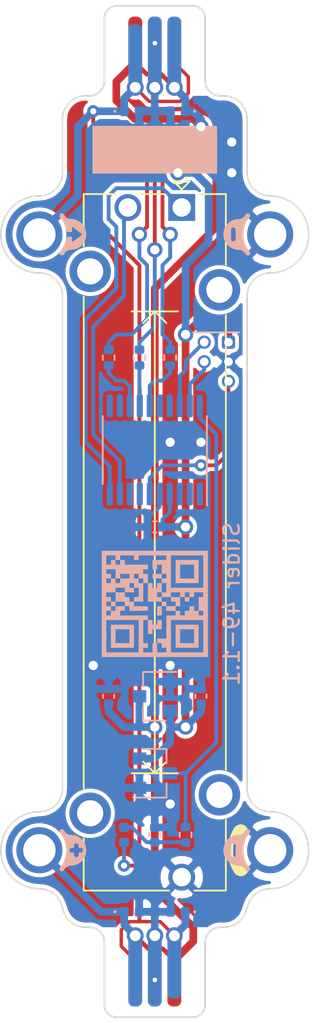
<source format=kicad_pcb>
(kicad_pcb (version 20171130) (host pcbnew "(5.1.10)-1")
  (layers (0 F.Cu signal) (31 B.Cu signal) (34 B.Paste user) (35 F.Paste user) (36 B.SilkS user) (37 F.SilkS user) (38 B.Mask user) (39 F.Mask user) (44 Edge.Cuts user))
  (net 0 "")
  (net 1 GND)
  (net 2 "Net-(C1-Pad1)")
  (net 3 JD_PWR)
  (net 4 +3V3)
  (net 5 /JD_DATA_MCU)
  (net 6 "Net-(D4-Pad4)")
  (net 7 "Net-(D4-Pad3)")
  (net 8 "Net-(D4-Pad2)")
  (net 9 /nRESET)
  (net 10 /SWCLK)
  (net 11 /SWDIO)
  (net 12 /JD_RGB_R)
  (net 13 /JD_RGB_G)
  (net 14 /JD_RGB_B)
  (net 15 /POT_OUT)
  (net 16 /POT_VDD)
  (net 17 "Net-(U2-Pad17)")
  (net 18 "Net-(U2-Pad16)")
  (net 19 "Net-(U2-Pad12)")
  (net 20 "Net-(U2-Pad8)")
  (net 21 "Net-(U2-Pad7)")
  (net 22 "Net-(U2-Pad3)")
  (net 23 "Net-(U2-Pad2)")
  (net 24 /JD_DATA)
  (net 25 "Net-(U2-Pad1)")
  (net 26 "Net-(U2-Pad11)")
  (module Connector_Jacdac:JD_MountingHole_Power (layer F.Cu) (at 92.5 120 270)
    (fp_text reference MH4 hide)
    (fp_text value MountingHole_Pad)
    (pad 1 thru_hole circle (at 0 0 270) (size 3 3) (drill 2.1) (layers *.Cu *.Mask) (net 3 JD_PWR))
  )
  (module Connector_Jacdac:JD_MountingHole_Data (layer F.Cu) (at 92.5 80 270)
    (fp_text reference MH3 hide)
    (fp_text value MountingHole_Pad)
    (pad 1 thru_hole circle (at 0 0 270) (size 3 3) (drill 2.1) (layers *.Cu *.Mask) (net 24 /JD_DATA))
  )
  (module Connector_Jacdac:JD_MountingHole_Ground (layer F.Cu) (at 107.5 80 90)
    (fp_text reference MH2 hide)
    (fp_text value MountingHole_Pad)
    (pad 1 thru_hole circle (at 0 0 90) (size 3 3) (drill 2.1) (layers *.Cu *.Mask) (net 1 GND))
  )
  (module Connector_Jacdac:JD_MountingHole_Pin1 (layer F.Cu) (at 107.5 120 90)
    (fp_text reference MH1 hide)
    (fp_text value MountingHole_Pad)
    (pad 1 thru_hole circle (at 0 0 90) (size 3 3) (drill 2.1) (layers *.Cu *.Mask) (net 1 GND))
  )
  (module Connector_Jacdac:JD-PEC-02_Prerouted (layer B.Cu) (at 100 71 180)
    (fp_text reference J3 hide)
    (fp_text value Conn_Jacdac_CardEdge)
    (fp_line (start -3.27 5.05) (end -3.27 1) (layer Edge.Cuts) (width 0.12))
    (fp_line (start -2.47 5.85) (end 2.47 5.85) (layer Edge.Cuts) (width 0.12))
    (fp_line (start 3.27 5.05) (end 3.27 1) (layer Edge.Cuts) (width 0.12))
    (fp_arc (start 2.47 5.05) (end 2.47 5.85) (angle -90) (layer Edge.Cuts) (width 0.12))
    (fp_arc (start -2.47 5.05) (end -2.47 5.85) (angle 90) (layer Edge.Cuts) (width 0.12))
    (fp_arc (start 4.27 1) (end 3.27 1) (angle 90) (layer Edge.Cuts) (width 0.12))
    (fp_arc (start -4.27 1) (end -3.27 1) (angle -90) (layer Edge.Cuts) (width 0.12))
    (pad 3 smd oval (at 0.895 1.775 135) (size 1.351 0.29) (layers F.Cu) (net 3 JD_PWR))
    (pad 3 smd oval (at -0.845 0.975 135) (size 1.492 0.29) (layers F.Cu) (net 3 JD_PWR))
    (pad 1 smd oval (at 0.815 0.095 135) (size 1.507 0.22) (layers F.Cu) (net 24 /JD_DATA))
    (pad 1 smd oval (at -1.725 1.695 135) (size 1.506934 0.22) (layers F.Cu) (net 24 /JD_DATA))
    (pad 1 smd oval (at -1.9135 -0.0935 225) (size 0.973776 0.22) (layers F.Cu) (net 24 /JD_DATA))
    (pad 1 smd oval (at -2.18 0.7065 90) (size 1.287 0.22) (layers F.Cu) (net 24 /JD_DATA))
    (pad 1 smd oval (at -0.651 -0.36 180) (size 2.212 0.22) (layers F.Cu) (net 24 /JD_DATA))
    (pad 3 smd oval (at 0.05 1.4 180) (size 1.23 0.29) (layers F.Cu) (net 3 JD_PWR))
    (pad 2 thru_hole circle (at 0 3.425 180) (size 0.6 0.6) (drill 0.3) (layers *.Cu *.Mask) (net 1 GND))
    (pad "" np_thru_hole oval (at 2.52 2.65 180) (size 0.7 1.5) (drill oval 0.7 1.5) (layers *.Cu *.Mask))
    (pad 1 thru_hole circle (at 1.27 0.55 180) (size 1.1 1.1) (drill 0.71) (layers *.Cu *.Mask) (net 24 /JD_DATA))
    (pad 2 thru_hole circle (at 0 0.55 180) (size 1.1 1.1) (drill 0.71) (layers *.Cu *.Mask) (net 1 GND))
    (pad 3 thru_hole circle (at -1.27 0.55 180) (size 1.1 1.1) (drill 0.71) (layers *.Cu *.Mask) (net 3 JD_PWR))
    (pad 3 smd roundrect (at -1.27 2.625 180) (size 0.9 5.05) (layers B.Cu B.Mask) (roundrect_rratio 0.389) (net 3 JD_PWR))
    (pad 2 smd roundrect (at 0 2.625 180) (size 0.9 5.05) (layers B.Cu B.Mask) (roundrect_rratio 0.389) (net 1 GND))
    (pad 1 smd roundrect (at 1.27 2.375 180) (size 0.9 4.55) (layers B.Cu B.Mask) (roundrect_rratio 0.389) (net 24 /JD_DATA))
    (pad "" np_thru_hole oval (at -2.52 2.65 180) (size 0.7 1.5) (drill oval 0.7 1.5) (layers *.Cu *.Mask))
    (pad 1 smd roundrect (at -1.27 3.175 180) (size 0.9 2.95) (layers F.Cu F.Mask) (roundrect_rratio 0.389) (net 24 /JD_DATA))
    (pad 2 smd roundrect (at 0 3.425 180) (size 0.9 3.45) (layers F.Cu F.Mask) (roundrect_rratio 0.389) (net 1 GND))
    (pad 3 smd roundrect (at 1.27 3.425 180) (size 0.9 3.45) (layers F.Cu F.Mask) (roundrect_rratio 0.389) (net 3 JD_PWR))
  )
  (module Connector_Jacdac:JD-PEC-02_Prerouted (layer B.Cu) (at 100 125)
    (fp_text reference J1 hide)
    (fp_text value Conn_Jacdac_CardEdge)
    (fp_line (start -3.27 5.05) (end -3.27 1) (layer Edge.Cuts) (width 0.12))
    (fp_line (start -2.47 5.85) (end 2.47 5.85) (layer Edge.Cuts) (width 0.12))
    (fp_line (start 3.27 5.05) (end 3.27 1) (layer Edge.Cuts) (width 0.12))
    (fp_arc (start 2.47 5.05) (end 2.47 5.85) (angle -90) (layer Edge.Cuts) (width 0.12))
    (fp_arc (start -2.47 5.05) (end -2.47 5.85) (angle 90) (layer Edge.Cuts) (width 0.12))
    (fp_arc (start 4.27 1) (end 3.27 1) (angle 90) (layer Edge.Cuts) (width 0.12))
    (fp_arc (start -4.27 1) (end -3.27 1) (angle -90) (layer Edge.Cuts) (width 0.12))
    (pad 3 smd oval (at 0.895 1.775 315) (size 1.351 0.29) (layers F.Cu) (net 3 JD_PWR))
    (pad 3 smd oval (at -0.845 0.975 315) (size 1.492 0.29) (layers F.Cu) (net 3 JD_PWR))
    (pad 1 smd oval (at 0.815 0.095 315) (size 1.507 0.22) (layers F.Cu) (net 24 /JD_DATA))
    (pad 1 smd oval (at -1.725 1.695 315) (size 1.506934 0.22) (layers F.Cu) (net 24 /JD_DATA))
    (pad 1 smd oval (at -1.9135 -0.0935 45) (size 0.973776 0.22) (layers F.Cu) (net 24 /JD_DATA))
    (pad 1 smd oval (at -2.18 0.7065 270) (size 1.287 0.22) (layers F.Cu) (net 24 /JD_DATA))
    (pad 1 smd oval (at -0.651 -0.36) (size 2.212 0.22) (layers F.Cu) (net 24 /JD_DATA))
    (pad 3 smd oval (at 0.05 1.4) (size 1.23 0.29) (layers F.Cu) (net 3 JD_PWR))
    (pad 2 thru_hole circle (at 0 3.425) (size 0.6 0.6) (drill 0.3) (layers *.Cu *.Mask) (net 1 GND))
    (pad "" np_thru_hole oval (at 2.52 2.65) (size 0.7 1.5) (drill oval 0.7 1.5) (layers *.Cu *.Mask))
    (pad 1 thru_hole circle (at 1.27 0.55) (size 1.1 1.1) (drill 0.71) (layers *.Cu *.Mask) (net 24 /JD_DATA))
    (pad 2 thru_hole circle (at 0 0.55) (size 1.1 1.1) (drill 0.71) (layers *.Cu *.Mask) (net 1 GND))
    (pad 3 thru_hole circle (at -1.27 0.55) (size 1.1 1.1) (drill 0.71) (layers *.Cu *.Mask) (net 3 JD_PWR))
    (pad 3 smd roundrect (at -1.27 2.625) (size 0.9 5.05) (layers B.Cu B.Mask) (roundrect_rratio 0.389) (net 3 JD_PWR))
    (pad 2 smd roundrect (at 0 2.625) (size 0.9 5.05) (layers B.Cu B.Mask) (roundrect_rratio 0.389) (net 1 GND))
    (pad 1 smd roundrect (at 1.27 2.375) (size 0.9 4.55) (layers B.Cu B.Mask) (roundrect_rratio 0.389) (net 24 /JD_DATA))
    (pad "" np_thru_hole oval (at -2.52 2.65) (size 0.7 1.5) (drill oval 0.7 1.5) (layers *.Cu *.Mask))
    (pad 1 smd roundrect (at -1.27 3.175) (size 0.9 2.95) (layers F.Cu F.Mask) (roundrect_rratio 0.389) (net 24 /JD_DATA))
    (pad 2 smd roundrect (at 0 3.425) (size 0.9 3.45) (layers F.Cu F.Mask) (roundrect_rratio 0.389) (net 1 GND))
    (pad 3 smd roundrect (at 1.27 3.425) (size 0.9 3.45) (layers F.Cu F.Mask) (roundrect_rratio 0.389) (net 3 JD_PWR))
  )
  (module slider:QrCode (layer B.Cu) (at 100 104)
    (fp_text reference "" (at 0 0) (layer B.SilkS) (effects (font (size 1.27 1.27)) (justify mirror)))
    (fp_text value "" (at 0 0) (layer B.SilkS) (effects (font (size 1.27 1.27)) (justify mirror)))
  )
  (module Potentiometer_THT:Potentiometer_Bourns_PTA3043_Single_Slide (layer F.Cu) (at 101.75 78.25 270)
    (fp_text reference RV1 hide)
    (fp_text value 10kR)
    (pad MP thru_hole circle (at 39.35 5.95 270) (size 2.7 2.7) (drill 1.7) (layers *.Cu *.Mask))
    (pad MP thru_hole circle (at 4.15 5.95 270) (size 2.7 2.7) (drill 1.7) (layers *.Cu *.Mask))
    (pad MP thru_hole circle (at 38.15 -2.45 270) (size 2.7 2.7) (drill 1.7) (layers *.Cu *.Mask))
    (pad MP thru_hole circle (at 5.35 -2.45 270) (size 2.7 2.7) (drill 1.7) (layers *.Cu *.Mask))
    (pad 3 thru_hole circle (at 43.5 0 270) (size 1.75 1.75) (drill 1.2) (layers *.Cu *.Mask) (net 1 GND))
    (pad 2 thru_hole circle (at 0 3.5 270) (size 1.75 1.75) (drill 1.2) (layers *.Cu *.Mask) (net 15 /POT_OUT))
    (pad 1 thru_hole rect (at 0 0 270) (size 1.75 1.75) (drill 1.2) (layers *.Cu *.Mask) (net 16 /POT_VDD))
  )
  (module Diode_SMD:D_0402_1005Metric (layer B.Cu) (at 98.5 72)
    (fp_text reference D6 hide)
    (fp_text value RCLAMP0521P-N)
    (pad 2 smd roundrect (at 0.485 0) (size 0.59 0.64) (layers B.Cu B.Paste B.Mask) (net 1 GND))
    (pad 1 smd roundrect (at -0.485 0) (size 0.59 0.64) (layers B.Cu B.Paste B.Mask) (net 24 /JD_DATA))
  )
  (module Diode_SMD:D_0402_1005Metric (layer B.Cu) (at 101.5 72 180)
    (fp_text reference D5 hide)
    (fp_text value RCLAMP0521P-N)
    (pad 2 smd roundrect (at 0.485 0 180) (size 0.59 0.64) (layers B.Cu B.Paste B.Mask) (net 1 GND))
    (pad 1 smd roundrect (at -0.485 0 180) (size 0.59 0.64) (layers B.Cu B.Paste B.Mask) (net 3 JD_PWR))
  )
  (module Diode_SMD:D_0402_1005Metric (layer B.Cu) (at 101.5 124 180)
    (fp_text reference D3 hide)
    (fp_text value RCLAMP0521P-N)
    (pad 2 smd roundrect (at 0.485 0 180) (size 0.59 0.64) (layers B.Cu B.Paste B.Mask) (net 1 GND))
    (pad 1 smd roundrect (at -0.485 0 180) (size 0.59 0.64) (layers B.Cu B.Paste B.Mask) (net 24 /JD_DATA))
  )
  (module Diode_SMD:D_0402_1005Metric (layer B.Cu) (at 98.5 124)
    (fp_text reference D2 hide)
    (fp_text value RCLAMP0521P-N)
    (pad 2 smd roundrect (at 0.485 0) (size 0.59 0.64) (layers B.Cu B.Paste B.Mask) (net 1 GND))
    (pad 1 smd roundrect (at -0.485 0) (size 0.59 0.64) (layers B.Cu B.Paste B.Mask) (net 3 JD_PWR))
  )
  (module Package_SO:TSSOP-20_4.4x6.5mm_P0.65mm (layer B.Cu) (at 100 94 90)
    (fp_text reference U2 hide)
    (fp_text value STM32G031FxPx)
    (pad 20 smd roundrect (at 2.8625 2.925 90) (size 1.475 0.4) (layers B.Cu B.Paste B.Mask) (net 5 /JD_DATA_MCU))
    (pad 19 smd roundrect (at 2.8625 2.275 90) (size 1.475 0.4) (layers B.Cu B.Paste B.Mask) (net 10 /SWCLK))
    (pad 18 smd roundrect (at 2.8625 1.625 90) (size 1.475 0.4) (layers B.Cu B.Paste B.Mask) (net 11 /SWDIO))
    (pad 17 smd roundrect (at 2.8625 0.975 90) (size 1.475 0.4) (layers B.Cu B.Paste B.Mask) (net 17 "Net-(U2-Pad17)"))
    (pad 16 smd roundrect (at 2.8625 0.325 90) (size 1.475 0.4) (layers B.Cu B.Paste B.Mask) (net 18 "Net-(U2-Pad16)"))
    (pad 15 smd roundrect (at 2.8625 -0.325 90) (size 1.475 0.4) (layers B.Cu B.Paste B.Mask) (net 12 /JD_RGB_R))
    (pad 14 smd roundrect (at 2.8625 -0.975 90) (size 1.475 0.4) (layers B.Cu B.Paste B.Mask) (net 13 /JD_RGB_G))
    (pad 13 smd roundrect (at 2.8625 -1.625 90) (size 1.475 0.4) (layers B.Cu B.Paste B.Mask) (net 14 /JD_RGB_B))
    (pad 12 smd roundrect (at 2.8625 -2.275 90) (size 1.475 0.4) (layers B.Cu B.Paste B.Mask) (net 19 "Net-(U2-Pad12)"))
    (pad 11 smd roundrect (at 2.8625 -2.925 90) (size 1.475 0.4) (layers B.Cu B.Paste B.Mask) (net 26 "Net-(U2-Pad11)"))
    (pad 10 smd roundrect (at -2.8625 -2.925 90) (size 1.475 0.4) (layers B.Cu B.Paste B.Mask) (net 16 /POT_VDD))
    (pad 9 smd roundrect (at -2.8625 -2.275 90) (size 1.475 0.4) (layers B.Cu B.Paste B.Mask) (net 15 /POT_OUT))
    (pad 8 smd roundrect (at -2.8625 -1.625 90) (size 1.475 0.4) (layers B.Cu B.Paste B.Mask) (net 20 "Net-(U2-Pad8)"))
    (pad 7 smd roundrect (at -2.8625 -0.975 90) (size 1.475 0.4) (layers B.Cu B.Paste B.Mask) (net 21 "Net-(U2-Pad7)"))
    (pad 6 smd roundrect (at -2.8625 -0.325 90) (size 1.475 0.4) (layers B.Cu B.Paste B.Mask) (net 9 /nRESET))
    (pad 5 smd roundrect (at -2.8625 0.325 90) (size 1.475 0.4) (layers B.Cu B.Paste B.Mask) (net 1 GND))
    (pad 4 smd roundrect (at -2.8625 0.975 90) (size 1.475 0.4) (layers B.Cu B.Paste B.Mask) (net 4 +3V3))
    (pad 3 smd roundrect (at -2.8625 1.625 90) (size 1.475 0.4) (layers B.Cu B.Paste B.Mask) (net 22 "Net-(U2-Pad3)"))
    (pad 2 smd roundrect (at -2.8625 2.275 90) (size 1.475 0.4) (layers B.Cu B.Paste B.Mask) (net 23 "Net-(U2-Pad2)"))
    (pad 1 smd roundrect (at -2.8625 2.925 90) (size 1.475 0.4) (layers B.Cu B.Paste B.Mask) (net 25 "Net-(U2-Pad1)"))
  )
  (module Package_TO_SOT_SMD:SOT-23 (layer B.Cu) (at 100 110 180)
    (fp_text reference U1 hide)
    (fp_text value XC6206P332MR)
    (pad 3 smd rect (at 1 0 180) (size 0.9 0.8) (layers B.Cu B.Paste B.Mask) (net 3 JD_PWR))
    (pad 2 smd rect (at -1 -0.95 180) (size 0.9 0.8) (layers B.Cu B.Paste B.Mask) (net 4 +3V3))
    (pad 1 smd rect (at -1 0.95 180) (size 0.9 0.8) (layers B.Cu B.Paste B.Mask) (net 1 GND))
  )
  (module Resistor_SMD:R_0402_1005Metric (layer B.Cu) (at 97 88 90)
    (fp_text reference R6 hide)
    (fp_text value 33R)
    (pad 2 smd roundrect (at 0.51 0 90) (size 0.54 0.64) (layers B.Cu B.Paste B.Mask) (net 6 "Net-(D4-Pad4)"))
    (pad 1 smd roundrect (at -0.51 0 90) (size 0.54 0.64) (layers B.Cu B.Paste B.Mask) (net 14 /JD_RGB_B))
  )
  (module Resistor_SMD:R_0402_1005Metric (layer B.Cu) (at 99 88 90)
    (fp_text reference R5 hide)
    (fp_text value 33R)
    (pad 2 smd roundrect (at 0.51 0 90) (size 0.54 0.64) (layers B.Cu B.Paste B.Mask) (net 7 "Net-(D4-Pad3)"))
    (pad 1 smd roundrect (at -0.51 0 90) (size 0.54 0.64) (layers B.Cu B.Paste B.Mask) (net 13 /JD_RGB_G))
  )
  (module Resistor_SMD:R_0402_1005Metric (layer B.Cu) (at 101 88 90)
    (fp_text reference R4 hide)
    (fp_text value 150R)
    (pad 2 smd roundrect (at 0.51 0 90) (size 0.54 0.64) (layers B.Cu B.Paste B.Mask) (net 8 "Net-(D4-Pad2)"))
    (pad 1 smd roundrect (at -0.51 0 90) (size 0.54 0.64) (layers B.Cu B.Paste B.Mask) (net 12 /JD_RGB_R))
  )
  (module Resistor_SMD:R_0402_1005Metric (layer B.Cu) (at 102 119 270)
    (fp_text reference R1 hide)
    (fp_text value "220R, 1%")
    (pad 2 smd roundrect (at 0.51 0 270) (size 0.54 0.64) (layers B.Cu B.Paste B.Mask) (net 2 "Net-(C1-Pad1)"))
    (pad 1 smd roundrect (at -0.51 0 270) (size 0.54 0.64) (layers B.Cu B.Paste B.Mask) (net 5 /JD_DATA_MCU))
  )
  (module Connector_Jacdac:HackConnect_P1.27mm (layer B.Cu) (at 104 87 90)
    (fp_text reference J2 hide)
    (fp_text value Conn_HackConnect)
    (pad 5 thru_hole circle (at -2.54 0.7874 90) (size 0.8636 0.8636) (drill 0.5588) (layers *.Cu *.Mask) (net 9 /nRESET))
    (pad 4 thru_hole circle (at -1.27 -0.7874 90) (size 0.8636 0.8636) (drill 0.5588) (layers *.Cu *.Mask) (net 10 /SWCLK))
    (pad 3 thru_hole circle (at -1.27 0.7874 90) (size 0.8636 0.8636) (drill 0.5588) (layers *.Cu *.Mask) (net 1 GND))
    (pad 2 thru_hole circle (at 0 -0.7874 90) (size 0.8636 0.8636) (drill 0.5588) (layers *.Cu *.Mask) (net 11 /SWDIO))
    (pad 1 thru_hole roundrect (at 0 0.7874 90) (size 0.8636 0.8636) (drill 0.5588) (layers *.Cu *.Mask) (roundrect_rratio 0.2) (net 4 +3V3))
  )
  (module Inductor_SMD:L_0402_1005Metric (layer B.Cu) (at 98 119 270)
    (fp_text reference FB1 hide)
    (fp_text value "1kR @ 100MHz")
    (pad 2 smd roundrect (at 0.485 0 270) (size 0.59 0.64) (layers B.Cu B.Paste B.Mask) (net 24 /JD_DATA))
    (pad 1 smd roundrect (at -0.485 0 270) (size 0.59 0.64) (layers B.Cu B.Paste B.Mask) (net 2 "Net-(C1-Pad1)"))
  )
  (module LED_SMD:LED_LiteOn_LTST-C19HE1WT (layer F.Cu) (at 100 74 270)
    (fp_text reference D4 hide)
    (fp_text value "0606 ARGB")
    (pad 4 smd rect (at -0.425 0.725 270) (size 0.65 0.85) (layers F.Cu F.Paste F.Mask) (net 6 "Net-(D4-Pad4)"))
    (pad 3 smd rect (at 0.425 0.725 270) (size 0.65 0.85) (layers F.Cu F.Paste F.Mask) (net 7 "Net-(D4-Pad3)"))
    (pad 2 smd rect (at 0.425 -0.725 270) (size 0.65 0.85) (layers F.Cu F.Paste F.Mask) (net 8 "Net-(D4-Pad2)"))
    (pad 1 smd rect (at -0.425 -0.725 270) (size 0.65 0.85) (layers F.Cu F.Paste F.Mask) (net 4 +3V3))
  )
  (module Package_TO_SOT_SMD:SOT-23 (layer B.Cu) (at 100 115)
    (fp_text reference D1 hide)
    (fp_text value BAT54S)
    (pad 3 smd rect (at 1 0) (size 0.9 0.8) (layers B.Cu B.Paste B.Mask) (net 5 /JD_DATA_MCU))
    (pad 2 smd rect (at -1 -0.95) (size 0.9 0.8) (layers B.Cu B.Paste B.Mask) (net 4 +3V3))
    (pad 1 smd rect (at -1 0.95) (size 0.9 0.8) (layers B.Cu B.Paste B.Mask) (net 1 GND))
  )
  (module Capacitor_SMD:C_0402_1005Metric (layer B.Cu) (at 100 99 180)
    (fp_text reference C5 hide)
    (fp_text value 1uF)
    (pad 2 smd roundrect (at 0.48 0 180) (size 0.56 0.62) (layers B.Cu B.Paste B.Mask) (net 1 GND))
    (pad 1 smd roundrect (at -0.48 0 180) (size 0.56 0.62) (layers B.Cu B.Paste B.Mask) (net 4 +3V3))
  )
  (module Capacitor_SMD:C_0402_1005Metric (layer B.Cu) (at 103 110 90)
    (fp_text reference C3 hide)
    (fp_text value 1uF)
    (pad 2 smd roundrect (at 0.48 0 90) (size 0.56 0.62) (layers B.Cu B.Paste B.Mask) (net 1 GND))
    (pad 1 smd roundrect (at -0.48 0 90) (size 0.56 0.62) (layers B.Cu B.Paste B.Mask) (net 4 +3V3))
  )
  (module Capacitor_SMD:C_0402_1005Metric (layer B.Cu) (at 97 110 90)
    (fp_text reference C2 hide)
    (fp_text value "1uF, 10V")
    (pad 2 smd roundrect (at 0.48 0 90) (size 0.56 0.62) (layers B.Cu B.Paste B.Mask) (net 1 GND))
    (pad 1 smd roundrect (at -0.48 0 90) (size 0.56 0.62) (layers B.Cu B.Paste B.Mask) (net 3 JD_PWR))
  )
  (module Capacitor_SMD:C_0402_1005Metric (layer B.Cu) (at 100 119 90)
    (fp_text reference C1 hide)
    (fp_text value 33pF)
    (pad 2 smd roundrect (at 0.48 0 90) (size 0.56 0.62) (layers B.Cu B.Paste B.Mask) (net 1 GND))
    (pad 1 smd roundrect (at -0.48 0 90) (size 0.56 0.62) (layers B.Cu B.Paste B.Mask) (net 2 "Net-(C1-Pad1)"))
  )
  (gr_line (start 106.080872 123.514124) (end 105.919128 123.985876) (layer Edge.Cuts) (width 0.1))
  (gr_line (start 93.919128 123.514124) (end 94.080872 123.985876) (layer Edge.Cuts) (width 0.1))
  (gr_poly (pts (xy 104 76) (xy 96 76) (xy 96 73) (xy 104 73)) (layer B.SilkS) (width 0.1))
  (gr_text "Slider 49-1.1" (at 105 104 90) (layer B.SilkS) (effects (font (size 1 1)) (justify mirror)))
  (gr_arc (start 107.5 124) (end 107.5 122.5) (angle -71.1) (layer Edge.Cuts) (width 0.1))
  (gr_arc (start 107.5 116) (end 106 116) (angle -90) (layer Edge.Cuts) (width 0.1))
  (gr_arc (start 107.5 120) (end 107.5 122.5) (angle -180) (layer Edge.Cuts) (width 0.1))
  (gr_arc (start 92.5 116) (end 92.5 117.5) (angle -90) (layer Edge.Cuts) (width 0.1))
  (gr_arc (start 92.5 124) (end 92.5 122.5) (angle 71.1) (layer Edge.Cuts) (width 0.1))
  (gr_arc (start 92.5 120) (end 92.5 117.5) (angle -180) (layer Edge.Cuts) (width 0.1))
  (gr_arc (start 107.5 84) (end 107.5 82.5) (angle -90) (layer Edge.Cuts) (width 0.1))
  (gr_arc (start 107.5 76) (end 106 76) (angle -90) (layer Edge.Cuts) (width 0.1))
  (gr_arc (start 107.5 80) (end 107.5 82.5) (angle -180) (layer Edge.Cuts) (width 0.1))
  (gr_arc (start 92.5 76) (end 92.5 77.5) (angle -90) (layer Edge.Cuts) (width 0.1))
  (gr_arc (start 92.5 84) (end 94 84) (angle -90) (layer Edge.Cuts) (width 0.1))
  (gr_arc (start 92.5 80) (end 92.5 77.5) (angle -180) (layer Edge.Cuts) (width 0.1))
  (gr_line (start 94 84) (end 94 116) (layer Edge.Cuts) (width 0.1))
  (gr_line (start 94 72.5) (end 94 76) (layer Edge.Cuts) (width 0.1))
  (gr_line (start 95.73 71) (end 95.5 71) (layer Edge.Cuts) (width 0.1))
  (gr_line (start 104.5 71) (end 104.27 71) (layer Edge.Cuts) (width 0.1))
  (gr_line (start 106 76) (end 106 72.5) (layer Edge.Cuts) (width 0.1))
  (gr_line (start 106 116) (end 106 84) (layer Edge.Cuts) (width 0.1))
  (gr_line (start 104.27 125) (end 104.5 125) (layer Edge.Cuts) (width 0.1))
  (gr_line (start 95.5 125) (end 95.73 125) (layer Edge.Cuts) (width 0.1))
  (gr_arc (start 104.5 123.5) (end 104.5 125) (angle -71.1) (layer Edge.Cuts) (width 0.1))
  (gr_arc (start 95.5 123.5) (end 95.5 125) (angle 71.1) (layer Edge.Cuts) (width 0.1))
  (gr_arc (start 104.5 72.5) (end 106 72.5) (angle -90) (layer Edge.Cuts) (width 0.1))
  (gr_arc (start 95.5 72.5) (end 95.5 71) (angle -90) (layer Edge.Cuts) (width 0.1))
  (segment (start 100 67.575) (end 100 68.75) (width 0.25) (layer B.Cu) (net 1))
  (segment (start 100 128.425) (end 100 127.25) (width 0.25) (layer B.Cu) (net 1))
  (segment (start 100 68.75) (end 100 72) (width 0.5) (layer B.Cu) (net 1))
  (segment (start 98.985 72) (end 101.015 72) (width 0.5) (layer B.Cu) (net 1))
  (segment (start 100 125.55) (end 100 124) (width 0.5) (layer B.Cu) (net 1))
  (segment (start 100 124) (end 101.015 124) (width 0.5) (layer B.Cu) (net 1))
  (segment (start 98.985 124) (end 100 124) (width 0.5) (layer B.Cu) (net 1))
  (segment (start 100.325 97.675) (end 100.325 96.8625) (width 0.25) (layer B.Cu) (net 1))
  (segment (start 99.5 98.5) (end 100.325 97.675) (width 0.25) (layer B.Cu) (net 1))
  (segment (start 99.5 98.96) (end 99.5 98.5) (width 0.25) (layer B.Cu) (net 1))
  (segment (start 99.52 98.98) (end 99.5 98.96) (width 0.25) (layer B.Cu) (net 1))
  (segment (start 99 115.95) (end 99 116.5) (width 0.5) (layer B.Cu) (net 1))
  (segment (start 99 116.5) (end 99.5 117) (width 0.5) (layer B.Cu) (net 1))
  (via (at 101 117) (size 1) (drill 0.6) (layers F.Cu B.Cu) (net 1))
  (segment (start 100 118.52) (end 100 117) (width 0.5) (layer B.Cu) (net 1))
  (segment (start 100 117) (end 101 117) (width 0.5) (layer B.Cu) (net 1))
  (segment (start 99.5 117) (end 100 117) (width 0.5) (layer B.Cu) (net 1))
  (via (at 101 108) (size 1) (drill 0.6) (layers F.Cu B.Cu) (net 1))
  (segment (start 101 109.05) (end 101 108) (width 0.5) (layer B.Cu) (net 1))
  (segment (start 97 109.52) (end 97 109) (width 0.5) (layer B.Cu) (net 1))
  (segment (start 98 108) (end 101 108) (width 0.5) (layer B.Cu) (net 1))
  (segment (start 97 109) (end 98 108) (width 0.5) (layer B.Cu) (net 1))
  (segment (start 101 108) (end 102 108) (width 0.5) (layer B.Cu) (net 1))
  (segment (start 103 109) (end 103 109.52) (width 0.5) (layer B.Cu) (net 1))
  (segment (start 102 108) (end 103 109) (width 0.5) (layer B.Cu) (net 1))
  (segment (start 99.52 99) (end 99.52 108) (width 0.5) (layer B.Cu) (net 1))
  (via (at 101 93.5) (size 1) (drill 0.6) (layers F.Cu B.Cu) (net 1))
  (segment (start 101 84) (end 101 93.5) (width 0.5) (layer F.Cu) (net 1))
  (via (at 103 93.5) (size 1) (drill 0.6) (layers F.Cu B.Cu) (net 1))
  (segment (start 101 93.5) (end 103 93.5) (width 0.5) (layer B.Cu) (net 1))
  (segment (start 104.7874 88.27) (end 103 90.0574) (width 0.5) (layer F.Cu) (net 1))
  (segment (start 103 90.0574) (end 103 93.5) (width 0.5) (layer F.Cu) (net 1))
  (segment (start 105 80) (end 105 78) (width 0.5) (layer F.Cu) (net 1))
  (via (at 105 74) (size 1) (drill 0.6) (layers F.Cu B.Cu) (net 1))
  (via (at 96 108) (size 1) (drill 0.6) (layers F.Cu B.Cu) (net 1))
  (segment (start 97 109) (end 96 108) (width 0.5) (layer B.Cu) (net 1))
  (segment (start 100 124) (end 100 123.5) (width 0.5) (layer B.Cu) (net 1))
  (segment (start 100 72) (end 100 73) (width 0.5) (layer B.Cu) (net 1))
  (segment (start 101 74) (end 105 74) (width 0.5) (layer B.Cu) (net 1))
  (segment (start 100 73) (end 101 74) (width 0.5) (layer B.Cu) (net 1))
  (segment (start 105 78) (end 105 74) (width 0.5) (layer F.Cu) (net 1))
  (via (at 105 76) (size 1) (drill 0.6) (layers F.Cu B.Cu) (net 1))
  (segment (start 105 74) (end 105 76) (width 0.5) (layer B.Cu) (net 1))
  (segment (start 100 123.5) (end 101.75 121.75) (width 0.5) (layer B.Cu) (net 1))
  (segment (start 101.75 121.75) (end 103 120.5) (width 0.5) (layer F.Cu) (net 1))
  (segment (start 103 119) (end 101 117) (width 0.5) (layer F.Cu) (net 1))
  (segment (start 103 120.5) (end 103 119) (width 0.5) (layer F.Cu) (net 1))
  (segment (start 101 94.207106) (end 101 93.5) (width 0.5) (layer F.Cu) (net 1))
  (segment (start 101 117) (end 101 94.207106) (width 0.5) (layer F.Cu) (net 1))
  (segment (start 104 81) (end 101 84) (width 0.5) (layer F.Cu) (net 1))
  (segment (start 105 80) (end 104 81) (width 0.5) (layer F.Cu) (net 1))
  (segment (start 105.5 78) (end 105 78) (width 0.5) (layer F.Cu) (net 1))
  (segment (start 107.5 80) (end 105.5 78) (width 0.5) (layer F.Cu) (net 1))
  (segment (start 100 119.48) (end 99.48 119.48) (width 0.25) (layer B.Cu) (net 2))
  (segment (start 98.515 118.515) (end 98 118.515) (width 0.25) (layer B.Cu) (net 2))
  (segment (start 99.48 119.48) (end 98.515 118.515) (width 0.25) (layer B.Cu) (net 2))
  (segment (start 100.03 119.48) (end 100 119.51) (width 0.25) (layer B.Cu) (net 2))
  (segment (start 102 119.48) (end 100.03 119.48) (width 0.25) (layer B.Cu) (net 2))
  (segment (start 101.27 128.425) (end 101.27 128.27) (width 0.18) (layer F.Cu) (net 3))
  (segment (start 101.985 71.165) (end 101.985 72) (width 0.5) (layer B.Cu) (net 3))
  (segment (start 101.27 70.45) (end 101.985 71.165) (width 0.5) (layer B.Cu) (net 3))
  (segment (start 98.015 124.835) (end 98.73 125.55) (width 0.5) (layer B.Cu) (net 3))
  (segment (start 98.015 124) (end 98.015 124.835) (width 0.5) (layer B.Cu) (net 3))
  (segment (start 96.5 124) (end 98.015 124) (width 0.5) (layer B.Cu) (net 3))
  (segment (start 92.5 120) (end 96.5 124) (width 0.5) (layer B.Cu) (net 3))
  (segment (start 97 110.48) (end 97 111) (width 0.5) (layer B.Cu) (net 3))
  (segment (start 98 112) (end 99 112) (width 0.5) (layer B.Cu) (net 3))
  (segment (start 97 111) (end 98 112) (width 0.5) (layer B.Cu) (net 3))
  (segment (start 99 112) (end 99 110) (width 0.5) (layer B.Cu) (net 3))
  (segment (start 98.698802 72.5) (end 102.500001 72.500001) (width 0.5) (layer F.Cu) (net 3))
  (via (at 103 73) (size 1) (drill 0.6) (layers F.Cu B.Cu) (net 3))
  (segment (start 102.500001 72.500001) (end 103 73) (width 0.5) (layer F.Cu) (net 3))
  (segment (start 98.73 68.85) (end 97.5 70.08) (width 0.5) (layer F.Cu) (net 3))
  (segment (start 97.5 71.301198) (end 98.698802 72.5) (width 0.5) (layer F.Cu) (net 3))
  (segment (start 97.5 70.08) (end 97.5 71.301198) (width 0.5) (layer F.Cu) (net 3))
  (segment (start 103 72.5075) (end 103 73) (width 0.5) (layer B.Cu) (net 3))
  (segment (start 102.4925 72) (end 103 72.5075) (width 0.5) (layer B.Cu) (net 3))
  (segment (start 101.985 72) (end 102.4925 72) (width 0.5) (layer B.Cu) (net 3))
  (segment (start 104 74) (end 103 73) (width 0.5) (layer F.Cu) (net 3))
  (segment (start 104 79.5) (end 104 74) (width 0.5) (layer F.Cu) (net 3))
  (segment (start 100 83.5) (end 100.25 83.25) (width 0.5) (layer F.Cu) (net 3))
  (segment (start 100.25 83.25) (end 104 79.5) (width 0.5) (layer F.Cu) (net 3))
  (segment (start 100 112) (end 100 83.5) (width 0.5) (layer F.Cu) (net 3))
  (segment (start 100 122.5) (end 100 112) (width 0.5) (layer F.Cu) (net 3))
  (segment (start 102.5 125) (end 100 122.5) (width 0.5) (layer F.Cu) (net 3))
  (segment (start 102.5 125.92) (end 102.5 125) (width 0.5) (layer F.Cu) (net 3))
  (segment (start 101.27 127.15) (end 102.5 125.92) (width 0.5) (layer F.Cu) (net 3))
  (segment (start 101.27 128.425) (end 101.27 127.15) (width 0.5) (layer F.Cu) (net 3))
  (via (at 100 112) (size 1) (drill 0.6) (layers F.Cu B.Cu) (net 3))
  (segment (start 99 112) (end 100 112) (width 0.5) (layer B.Cu) (net 3))
  (segment (start 98.73 67.575) (end 98.73 68.85) (width 0.5) (layer F.Cu) (net 3))
  (segment (start 98.73 125.55) (end 99.155 125.975) (width 0.18) (layer F.Cu) (net 3))
  (segment (start 99.58 126.4) (end 100.05 126.4) (width 0.18) (layer F.Cu) (net 3))
  (segment (start 99.155 125.975) (end 99.58 126.4) (width 0.18) (layer F.Cu) (net 3))
  (segment (start 100.52 126.4) (end 100.895 126.775) (width 0.18) (layer F.Cu) (net 3))
  (segment (start 100.05 126.4) (end 100.52 126.4) (width 0.18) (layer F.Cu) (net 3))
  (segment (start 99.48 69.6) (end 99.95 69.6) (width 0.18) (layer F.Cu) (net 3))
  (segment (start 99.105 69.225) (end 99.48 69.6) (width 0.18) (layer F.Cu) (net 3))
  (segment (start 100.975 98.03) (end 100.975 96.8625) (width 0.25) (layer B.Cu) (net 4))
  (segment (start 100.5 98.505) (end 100.975 98.03) (width 0.25) (layer B.Cu) (net 4))
  (segment (start 100.5 98.98) (end 100.5 98.505) (width 0.25) (layer B.Cu) (net 4))
  (segment (start 100.48 99) (end 100.5 98.98) (width 0.25) (layer B.Cu) (net 4))
  (segment (start 100.725 73.725) (end 100.774999 73.774999) (width 0.25) (layer F.Cu) (net 4))
  (segment (start 100.725 73.575) (end 100.725 73.725) (width 0.25) (layer F.Cu) (net 4))
  (segment (start 101 110.95) (end 101 111) (width 0.5) (layer B.Cu) (net 4))
  (segment (start 101 112) (end 102 112) (width 0.5) (layer B.Cu) (net 4))
  (via (at 102 112) (size 1) (drill 0.6) (layers F.Cu B.Cu) (net 4))
  (segment (start 101 112) (end 101 110.95) (width 0.5) (layer B.Cu) (net 4))
  (segment (start 102 112) (end 103 111) (width 0.5) (layer B.Cu) (net 4))
  (segment (start 103 111) (end 103 110.48) (width 0.5) (layer B.Cu) (net 4))
  (via (at 102 99) (size 1) (drill 0.6) (layers F.Cu B.Cu) (net 4))
  (segment (start 100.48 99) (end 102 99) (width 0.5) (layer B.Cu) (net 4))
  (segment (start 102 103) (end 102 99) (width 0.5) (layer F.Cu) (net 4))
  (segment (start 102 112) (end 102 103) (width 0.5) (layer F.Cu) (net 4))
  (segment (start 99 114.05) (end 99.95 114.05) (width 0.5) (layer B.Cu) (net 4))
  (segment (start 101 113) (end 101 112) (width 0.5) (layer B.Cu) (net 4))
  (segment (start 99.95 114.05) (end 101 113) (width 0.5) (layer B.Cu) (net 4))
  (via (at 102 86.5) (size 1) (drill 0.6) (layers F.Cu B.Cu) (net 4))
  (segment (start 102 99) (end 102 86.5) (width 0.5) (layer F.Cu) (net 4))
  (segment (start 103 85.5) (end 102 86.5) (width 0.5) (layer F.Cu) (net 4))
  (segment (start 104.7874 86.2874) (end 104 85.5) (width 0.5) (layer F.Cu) (net 4))
  (segment (start 104 85.5) (end 103 85.5) (width 0.5) (layer F.Cu) (net 4))
  (segment (start 104.7874 87) (end 104.7874 86.2874) (width 0.5) (layer F.Cu) (net 4))
  (segment (start 101.4 73.575) (end 101.5 73.675) (width 0.25) (layer F.Cu) (net 4))
  (segment (start 100.725 73.575) (end 101.4 73.575) (width 0.25) (layer F.Cu) (net 4))
  (segment (start 101.5 73.675) (end 101.5 76) (width 0.25) (layer F.Cu) (net 4))
  (via (at 101.5 76) (size 1) (drill 0.6) (layers F.Cu B.Cu) (net 4))
  (segment (start 103.5 76.896447) (end 102.603553 76) (width 0.5) (layer B.Cu) (net 4))
  (segment (start 103.5 80.5) (end 103.5 76.896447) (width 0.5) (layer B.Cu) (net 4))
  (segment (start 102 82) (end 103.5 80.5) (width 0.5) (layer B.Cu) (net 4))
  (segment (start 102.603553 76) (end 101.5 76) (width 0.5) (layer B.Cu) (net 4))
  (segment (start 102 86.5) (end 102 82) (width 0.5) (layer B.Cu) (net 4))
  (segment (start 101 115) (end 102 115) (width 0.25) (layer B.Cu) (net 5))
  (segment (start 102 118.49) (end 102 115) (width 0.25) (layer B.Cu) (net 5))
  (segment (start 102.925 91.925) (end 102.925 91.1375) (width 0.25) (layer B.Cu) (net 5))
  (segment (start 104 93) (end 102.925 91.925) (width 0.25) (layer B.Cu) (net 5))
  (segment (start 104 113) (end 104 93) (width 0.25) (layer B.Cu) (net 5))
  (segment (start 102 115) (end 104 113) (width 0.25) (layer B.Cu) (net 5))
  (segment (start 99.5 76.5) (end 99.499999 79.500001) (width 0.25) (layer F.Cu) (net 6))
  (segment (start 98 75) (end 99.5 76.5) (width 0.25) (layer F.Cu) (net 6))
  (segment (start 98 74) (end 98 75) (width 0.25) (layer F.Cu) (net 6))
  (segment (start 99.499999 79.500001) (end 99 80) (width 0.25) (layer F.Cu) (net 6))
  (segment (start 98.425 73.575) (end 98 74) (width 0.25) (layer F.Cu) (net 6))
  (segment (start 99.275 73.575) (end 98.425 73.575) (width 0.25) (layer F.Cu) (net 6))
  (via (at 99 80) (size 1) (drill 0.6) (layers F.Cu B.Cu) (net 6))
  (segment (start 99 81.5) (end 99 80) (width 0.25) (layer B.Cu) (net 6))
  (segment (start 99.5 82) (end 99 81.5) (width 0.25) (layer B.Cu) (net 6))
  (segment (start 98.5 86.5) (end 99.5 85.5) (width 0.25) (layer B.Cu) (net 6))
  (segment (start 97.5 86.5) (end 98.5 86.5) (width 0.25) (layer B.Cu) (net 6))
  (segment (start 97 87) (end 97.5 86.5) (width 0.25) (layer B.Cu) (net 6))
  (segment (start 99.5 85.5) (end 99.5 82) (width 0.25) (layer B.Cu) (net 6))
  (segment (start 97 87.49) (end 97 87) (width 0.25) (layer B.Cu) (net 6))
  (segment (start 100 75.05) (end 100 81) (width 0.25) (layer F.Cu) (net 7))
  (segment (start 99.375 74.425) (end 100 75.05) (width 0.25) (layer F.Cu) (net 7))
  (segment (start 99.275 74.425) (end 99.375 74.425) (width 0.25) (layer F.Cu) (net 7))
  (via (at 100 81) (size 1) (drill 0.6) (layers F.Cu B.Cu) (net 7))
  (segment (start 99 87) (end 100 86) (width 0.25) (layer B.Cu) (net 7))
  (segment (start 99 87) (end 99 87.49) (width 0.25) (layer B.Cu) (net 7))
  (segment (start 100 81) (end 100 86) (width 0.25) (layer B.Cu) (net 7))
  (via (at 101 80) (size 1) (drill 0.6) (layers F.Cu B.Cu) (net 8))
  (segment (start 100.725 74.425) (end 100.5 74.65) (width 0.25) (layer F.Cu) (net 8))
  (segment (start 100.5 74.65) (end 100.500001 79.500001) (width 0.25) (layer F.Cu) (net 8))
  (segment (start 100.500001 79.500001) (end 101 80) (width 0.25) (layer F.Cu) (net 8))
  (segment (start 101 81) (end 101 80) (width 0.25) (layer B.Cu) (net 8))
  (segment (start 101 81.5) (end 101 81) (width 0.25) (layer B.Cu) (net 8))
  (segment (start 100.5 82) (end 101 81.5) (width 0.25) (layer B.Cu) (net 8))
  (segment (start 100.5 86.5) (end 100.5 82) (width 0.25) (layer B.Cu) (net 8))
  (segment (start 101 87) (end 100.5 86.5) (width 0.25) (layer B.Cu) (net 8))
  (segment (start 101 87.49) (end 101 87) (width 0.25) (layer B.Cu) (net 8))
  (via (at 103 95) (size 0.8) (drill 0.4) (layers F.Cu B.Cu) (net 9))
  (segment (start 103 95) (end 104 95) (width 0.25) (layer F.Cu) (net 9))
  (segment (start 104.7874 94.2126) (end 104.7874 89.54) (width 0.25) (layer F.Cu) (net 9))
  (segment (start 104 95) (end 104.7874 94.2126) (width 0.25) (layer F.Cu) (net 9))
  (segment (start 100.5 95) (end 103 95) (width 0.25) (layer B.Cu) (net 9))
  (segment (start 99.675 95.825) (end 100.5 95) (width 0.25) (layer B.Cu) (net 9))
  (segment (start 99.675 96.8625) (end 99.675 95.825) (width 0.25) (layer B.Cu) (net 9))
  (segment (start 103.2126 88.7874) (end 103.2126 88.27) (width 0.25) (layer B.Cu) (net 10))
  (segment (start 102.275 89.725) (end 103.2126 88.7874) (width 0.25) (layer B.Cu) (net 10))
  (segment (start 102.275 91.1375) (end 102.275 89.725) (width 0.25) (layer B.Cu) (net 10))
  (segment (start 102 88.2126) (end 103.2126 87) (width 0.25) (layer B.Cu) (net 11))
  (segment (start 102 88.8125) (end 102 88.2126) (width 0.25) (layer B.Cu) (net 11))
  (segment (start 101.625 89.1875) (end 102 88.8125) (width 0.25) (layer B.Cu) (net 11))
  (segment (start 101.625 91.1375) (end 101.625 89.1875) (width 0.25) (layer B.Cu) (net 11))
  (segment (start 99.675 91.1375) (end 99.675 89.825) (width 0.25) (layer B.Cu) (net 12))
  (segment (start 99.675 89.825) (end 100 89.5) (width 0.25) (layer B.Cu) (net 12))
  (segment (start 100 89.5) (end 100.5 89.5) (width 0.25) (layer B.Cu) (net 12))
  (segment (start 101 89) (end 101 88.51) (width 0.25) (layer B.Cu) (net 12))
  (segment (start 100.5 89.5) (end 101 89) (width 0.25) (layer B.Cu) (net 12))
  (segment (start 99.025 91.1375) (end 99.025 90.025) (width 0.25) (layer B.Cu) (net 13))
  (segment (start 99 90) (end 99 88.51) (width 0.25) (layer B.Cu) (net 13))
  (segment (start 99.025 90.025) (end 99 90) (width 0.25) (layer B.Cu) (net 13))
  (segment (start 97 88.51) (end 97 89) (width 0.25) (layer B.Cu) (net 14))
  (segment (start 98.375 91.1375) (end 98.375 89.875) (width 0.25) (layer B.Cu) (net 14))
  (segment (start 98.375 89.875) (end 98 89.5) (width 0.25) (layer B.Cu) (net 14))
  (segment (start 97.5 89.5) (end 97 89) (width 0.25) (layer B.Cu) (net 14))
  (segment (start 98 89.5) (end 97.5 89.5) (width 0.25) (layer B.Cu) (net 14))
  (segment (start 97.725 96.8625) (end 97.725 94.725) (width 0.25) (layer B.Cu) (net 15))
  (segment (start 97.725 94.725) (end 97 94) (width 0.25) (layer B.Cu) (net 15))
  (segment (start 97.60001 94.60001) (end 97 94) (width 0.25) (layer B.Cu) (net 15))
  (segment (start 96 86) (end 98 84) (width 0.25) (layer B.Cu) (net 15))
  (segment (start 98 78.5) (end 98.25 78.25) (width 0.25) (layer B.Cu) (net 15))
  (segment (start 98 84) (end 98 78.5) (width 0.25) (layer B.Cu) (net 15))
  (segment (start 96 93) (end 96 86) (width 0.25) (layer B.Cu) (net 15))
  (segment (start 97 94) (end 96 93) (width 0.25) (layer B.Cu) (net 15))
  (segment (start 97.075 95.075) (end 97.075 96.8625) (width 0.25) (layer B.Cu) (net 16))
  (segment (start 95.5 93.5) (end 97.075 95.075) (width 0.25) (layer B.Cu) (net 16))
  (segment (start 100.5 77) (end 101.75 78.25) (width 0.25) (layer B.Cu) (net 16))
  (segment (start 97.5 77) (end 100.5 77) (width 0.25) (layer B.Cu) (net 16))
  (segment (start 97 77.5) (end 97.5 77) (width 0.25) (layer B.Cu) (net 16))
  (segment (start 97 79) (end 97 77.5) (width 0.25) (layer B.Cu) (net 16))
  (segment (start 95.5 85.5) (end 97.5 83.5) (width 0.25) (layer B.Cu) (net 16))
  (segment (start 97.5 79.5) (end 97 79) (width 0.25) (layer B.Cu) (net 16))
  (segment (start 95.5 86.5) (end 95.5 85.5) (width 0.25) (layer B.Cu) (net 16))
  (segment (start 97.5 83.5) (end 97.5 79.5) (width 0.25) (layer B.Cu) (net 16))
  (segment (start 95.5 86) (end 95.5 86.5) (width 0.25) (layer B.Cu) (net 16))
  (segment (start 95.5 86.5) (end 95.5 93.5) (width 0.25) (layer B.Cu) (net 16))
  (segment (start 98.015 71.165) (end 98.73 70.45) (width 0.5) (layer B.Cu) (net 24))
  (segment (start 98.015 72) (end 98.015 71.165) (width 0.5) (layer B.Cu) (net 24))
  (segment (start 101.985 124.835) (end 101.27 125.55) (width 0.5) (layer B.Cu) (net 24))
  (segment (start 101.985 124) (end 101.985 124.835) (width 0.5) (layer B.Cu) (net 24))
  (segment (start 98.015 72) (end 96 72) (width 0.5) (layer B.Cu) (net 24))
  (segment (start 98 121) (end 99 121) (width 0.25) (layer F.Cu) (net 24))
  (segment (start 99 121) (end 99 124.64) (width 0.25) (layer F.Cu) (net 24))
  (via (at 97.999986 121) (size 0.8) (drill 0.4) (layers F.Cu B.Cu) (net 24))
  (segment (start 98 121) (end 97.999986 121) (width 0.25) (layer F.Cu) (net 24))
  (segment (start 98 119.485) (end 98 120.999986) (width 0.25) (layer B.Cu) (net 24))
  (segment (start 98 120.999986) (end 97.999986 121) (width 0.25) (layer B.Cu) (net 24))
  (segment (start 98.73 127.15) (end 98.275 126.695) (width 0.18) (layer F.Cu) (net 24))
  (segment (start 98.73 128.175) (end 98.73 127.15) (width 0.18) (layer F.Cu) (net 24))
  (segment (start 97.82 126.24) (end 97.82 125.7065) (width 0.18) (layer F.Cu) (net 24))
  (segment (start 98.275 126.695) (end 97.82 126.24) (width 0.18) (layer F.Cu) (net 24))
  (segment (start 97.82 125.173) (end 98.0865 124.9065) (width 0.18) (layer F.Cu) (net 24))
  (segment (start 97.82 125.7065) (end 97.82 125.173) (width 0.18) (layer F.Cu) (net 24))
  (segment (start 98.353 124.64) (end 99.349 124.64) (width 0.18) (layer F.Cu) (net 24))
  (segment (start 98.0865 124.9065) (end 98.353 124.64) (width 0.18) (layer F.Cu) (net 24))
  (segment (start 100.36 124.64) (end 100.815 125.095) (width 0.18) (layer F.Cu) (net 24))
  (segment (start 99.349 124.64) (end 100.36 124.64) (width 0.18) (layer F.Cu) (net 24))
  (segment (start 101.27 68.85) (end 101.725 69.305) (width 0.18) (layer F.Cu) (net 24))
  (segment (start 101.27 67.825) (end 101.27 68.85) (width 0.18) (layer F.Cu) (net 24))
  (segment (start 102.18 69.76) (end 102.18 70.2935) (width 0.18) (layer F.Cu) (net 24))
  (segment (start 101.725 69.305) (end 102.18 69.76) (width 0.18) (layer F.Cu) (net 24))
  (segment (start 102.18 70.827) (end 101.9135 71.0935) (width 0.18) (layer F.Cu) (net 24))
  (segment (start 102.18 70.2935) (end 102.18 70.827) (width 0.18) (layer F.Cu) (net 24))
  (segment (start 101.647 71.36) (end 100.651 71.36) (width 0.18) (layer F.Cu) (net 24))
  (segment (start 101.9135 71.0935) (end 101.647 71.36) (width 0.18) (layer F.Cu) (net 24))
  (segment (start 99.64 71.36) (end 99.185 70.905) (width 0.18) (layer F.Cu) (net 24))
  (segment (start 100.651 71.36) (end 99.64 71.36) (width 0.18) (layer F.Cu) (net 24))
  (via (at 96.00001 72) (size 0.8) (drill 0.4) (layers F.Cu B.Cu) (net 24))
  (segment (start 99 120) (end 99 82) (width 0.25) (layer F.Cu) (net 24))
  (segment (start 96 72.00001) (end 96.00001 72) (width 0.25) (layer F.Cu) (net 24))
  (segment (start 96 72) (end 96.00001 72) (width 0.25) (layer B.Cu) (net 24))
  (segment (start 99 120) (end 99 121) (width 0.25) (layer F.Cu) (net 24))
  (segment (start 95 77.5) (end 92.5 80) (width 0.5) (layer B.Cu) (net 24))
  (segment (start 95 73.00001) (end 95 77.5) (width 0.5) (layer B.Cu) (net 24))
  (segment (start 96.00001 72) (end 95 73.00001) (width 0.5) (layer B.Cu) (net 24))
  (segment (start 99 82) (end 96 79) (width 0.25) (layer F.Cu) (net 24))
  (segment (start 96 79) (end 96 72.00001) (width 0.25) (layer F.Cu) (net 24))
  (zone (net 1) (net_name GND) (layer B.Cu) (priority 2) (connect_pads (clearance 0.25)) (min_thickness 0.2) (fill yes (arc_segments 32) (thermal_gap 0.5) (thermal_bridge_width 0.5))
    (polygon (pts (xy 111 125) (xy 90 125) (xy 90 71) (xy 111 71)))
  )
  (zone (net 1) (net_name GND) (layer F.Cu) (priority 2) (connect_pads (clearance 0.25)) (min_thickness 0.2) (fill yes (arc_segments 32) (thermal_gap 0.5) (thermal_bridge_width 0.5))
    (polygon (pts (xy 110 125) (xy 90 125) (xy 90 71) (xy 110 71)))
  )
)
</source>
